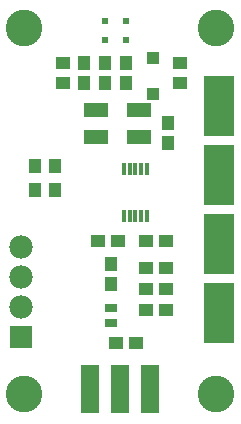
<source format=gts>
G75*
G70*
%OFA0B0*%
%FSLAX24Y24*%
%IPPOS*%
%LPD*%
%AMOC8*
5,1,8,0,0,1.08239X$1,22.5*
%
%ADD10C,0.1221*%
%ADD11R,0.0138X0.0434*%
%ADD12R,0.0434X0.0473*%
%ADD13R,0.0473X0.0434*%
%ADD14R,0.0394X0.0316*%
%ADD15R,0.0788X0.0473*%
%ADD16R,0.0197X0.0237*%
%ADD17R,0.0640X0.1640*%
%ADD18R,0.0780X0.0780*%
%ADD19C,0.0780*%
%ADD20R,0.0394X0.0434*%
%ADD21R,0.1040X0.2040*%
D10*
X001584Y000939D03*
X007983Y000939D03*
X007983Y013143D03*
X001584Y013143D03*
D11*
X004903Y008439D03*
X005099Y008439D03*
X005296Y008439D03*
X005493Y008439D03*
X005690Y008439D03*
X005690Y006864D03*
X005493Y006864D03*
X005296Y006864D03*
X005099Y006864D03*
X004903Y006864D03*
D12*
X004496Y005286D03*
X004496Y004617D03*
X002631Y007751D03*
X002631Y008551D03*
X001962Y008551D03*
X001962Y007751D03*
X003596Y011317D03*
X003596Y011986D03*
X004296Y011986D03*
X004296Y011317D03*
X004996Y011317D03*
X004996Y011986D03*
X006396Y009986D03*
X006396Y009317D03*
D13*
X006796Y011317D03*
X006796Y011986D03*
X006331Y006051D03*
X006331Y005151D03*
X006331Y004451D03*
X006331Y003751D03*
X005662Y003751D03*
X005662Y004451D03*
X005662Y005151D03*
X005662Y006051D03*
X004731Y006051D03*
X004062Y006051D03*
X004662Y002651D03*
X005331Y002651D03*
X002896Y011317D03*
X002896Y011986D03*
D14*
X004496Y003807D03*
X004496Y003295D03*
D15*
X003968Y009498D03*
X003968Y010404D03*
X005425Y010404D03*
X005425Y009498D03*
D16*
X004996Y012736D03*
X004996Y013366D03*
X004296Y013366D03*
X004296Y012736D03*
D17*
X003796Y001101D03*
X004796Y001101D03*
X005796Y001101D03*
D18*
X001496Y002851D03*
D19*
X001496Y003851D03*
X001496Y004851D03*
X001496Y005851D03*
D20*
X005896Y010945D03*
X005896Y012157D03*
D21*
X008096Y010551D03*
X008096Y008251D03*
X008096Y005951D03*
X008096Y003651D03*
M02*

</source>
